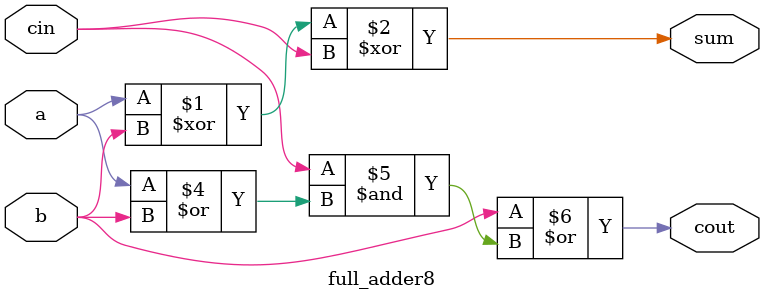
<source format=v>
module full_adder8(a,b,cin,sum,cout);
input a,b,cin;
output sum,cout;
assign sum = a^b^cin;
assign cout = 1'b1&b|cin&(a|b); 
// initial begin
//     $display("The incorrect adder with and0 having in1/1");
// end   
endmodule
</source>
